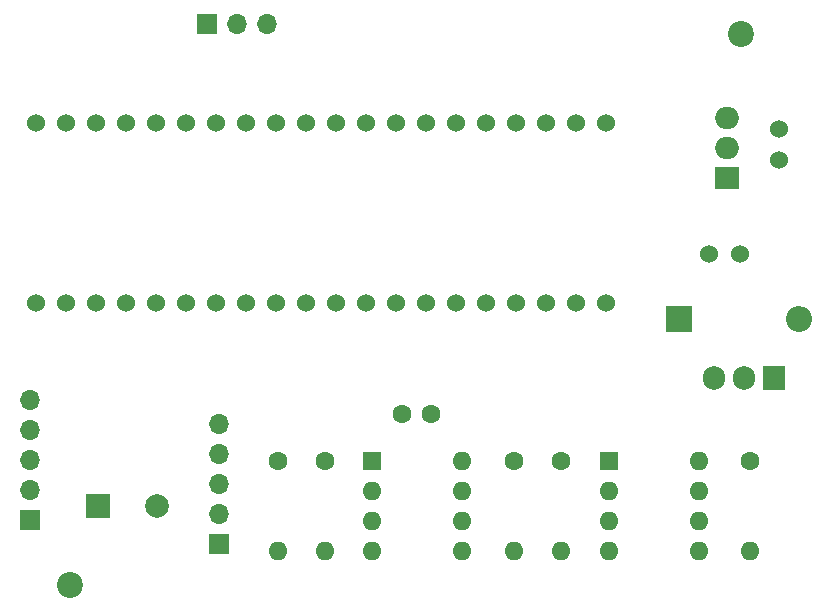
<source format=gbs>
G04 #@! TF.GenerationSoftware,KiCad,Pcbnew,(5.1.9)-1*
G04 #@! TF.CreationDate,2021-07-28T14:53:51+01:00*
G04 #@! TF.ProjectId,Autocroft_node,4175746f-6372-46f6-9674-5f6e6f64652e,rev?*
G04 #@! TF.SameCoordinates,Original*
G04 #@! TF.FileFunction,Soldermask,Bot*
G04 #@! TF.FilePolarity,Negative*
%FSLAX46Y46*%
G04 Gerber Fmt 4.6, Leading zero omitted, Abs format (unit mm)*
G04 Created by KiCad (PCBNEW (5.1.9)-1) date 2021-07-28 14:53:51*
%MOMM*%
%LPD*%
G01*
G04 APERTURE LIST*
%ADD10C,2.200000*%
%ADD11O,1.700000X1.700000*%
%ADD12R,1.700000X1.700000*%
%ADD13C,1.524000*%
%ADD14R,2.000000X2.000000*%
%ADD15C,2.000000*%
%ADD16C,1.600000*%
%ADD17R,2.200000X2.200000*%
%ADD18O,2.200000X2.200000*%
%ADD19R,1.905000X2.000000*%
%ADD20O,1.905000X2.000000*%
%ADD21O,1.600000X1.600000*%
%ADD22O,2.000000X1.905000*%
%ADD23R,2.000000X1.905000*%
%ADD24R,1.600000X1.600000*%
G04 APERTURE END LIST*
D10*
X140388340Y-91531440D03*
X197228460Y-44886880D03*
D11*
X137000000Y-75840000D03*
X137000000Y-78380000D03*
X137000000Y-80920000D03*
X137000000Y-83460000D03*
D12*
X137000000Y-86000000D03*
D13*
X200460000Y-52857000D03*
X200460000Y-55524000D03*
D14*
X142748000Y-84836000D03*
D15*
X147748000Y-84836000D03*
D16*
X171000000Y-77000000D03*
X168500000Y-77000000D03*
D17*
X192000000Y-69000000D03*
D18*
X202160000Y-69000000D03*
D12*
X152000000Y-44000000D03*
D11*
X154540000Y-44000000D03*
X157080000Y-44000000D03*
D12*
X153000000Y-88000000D03*
D11*
X153000000Y-85460000D03*
X153000000Y-82920000D03*
X153000000Y-80380000D03*
X153000000Y-77840000D03*
D13*
X137540000Y-67620000D03*
X140080000Y-67620000D03*
X142620000Y-67620000D03*
X145160000Y-67620000D03*
X147700000Y-67620000D03*
X150240000Y-67620000D03*
X152780000Y-67620000D03*
X155320000Y-67620000D03*
X157860000Y-67620000D03*
X160400000Y-67620000D03*
X162940000Y-67620000D03*
X165480000Y-67620000D03*
X168020000Y-67620000D03*
X170560000Y-67620000D03*
X173100000Y-67620000D03*
X175640000Y-67620000D03*
X178180000Y-67620000D03*
X180720000Y-67620000D03*
X183260000Y-67620000D03*
X185800000Y-67620000D03*
X185800000Y-52380000D03*
X183260000Y-52380000D03*
X180720000Y-52380000D03*
X178180000Y-52380000D03*
X175640000Y-52380000D03*
X173100000Y-52380000D03*
X170560000Y-52380000D03*
X168020000Y-52380000D03*
X165480000Y-52380000D03*
X162940000Y-52380000D03*
X160400000Y-52380000D03*
X157860000Y-52380000D03*
X155320000Y-52380000D03*
X152780000Y-52380000D03*
X150240000Y-52380000D03*
X147700000Y-52380000D03*
X145160000Y-52380000D03*
X142620000Y-52380000D03*
X140080000Y-52380000D03*
X137540000Y-52380000D03*
X194476000Y-63460000D03*
X197143000Y-63460000D03*
D19*
X200000000Y-74000000D03*
D20*
X197460000Y-74000000D03*
X194920000Y-74000000D03*
D16*
X158000000Y-81000000D03*
D21*
X158000000Y-88620000D03*
X162000000Y-88620000D03*
D16*
X162000000Y-81000000D03*
X198000000Y-81000000D03*
D21*
X198000000Y-88620000D03*
D16*
X182000000Y-81000000D03*
D21*
X182000000Y-88620000D03*
X178000000Y-88620000D03*
D16*
X178000000Y-81000000D03*
D22*
X196000000Y-51920000D03*
X196000000Y-54460000D03*
D23*
X196000000Y-57000000D03*
D21*
X193620000Y-81000000D03*
X186000000Y-88620000D03*
X193620000Y-83540000D03*
X186000000Y-86080000D03*
X193620000Y-86080000D03*
X186000000Y-83540000D03*
X193620000Y-88620000D03*
D24*
X186000000Y-81000000D03*
X166000000Y-81000000D03*
D21*
X173620000Y-88620000D03*
X166000000Y-83540000D03*
X173620000Y-86080000D03*
X166000000Y-86080000D03*
X173620000Y-83540000D03*
X166000000Y-88620000D03*
X173620000Y-81000000D03*
M02*

</source>
